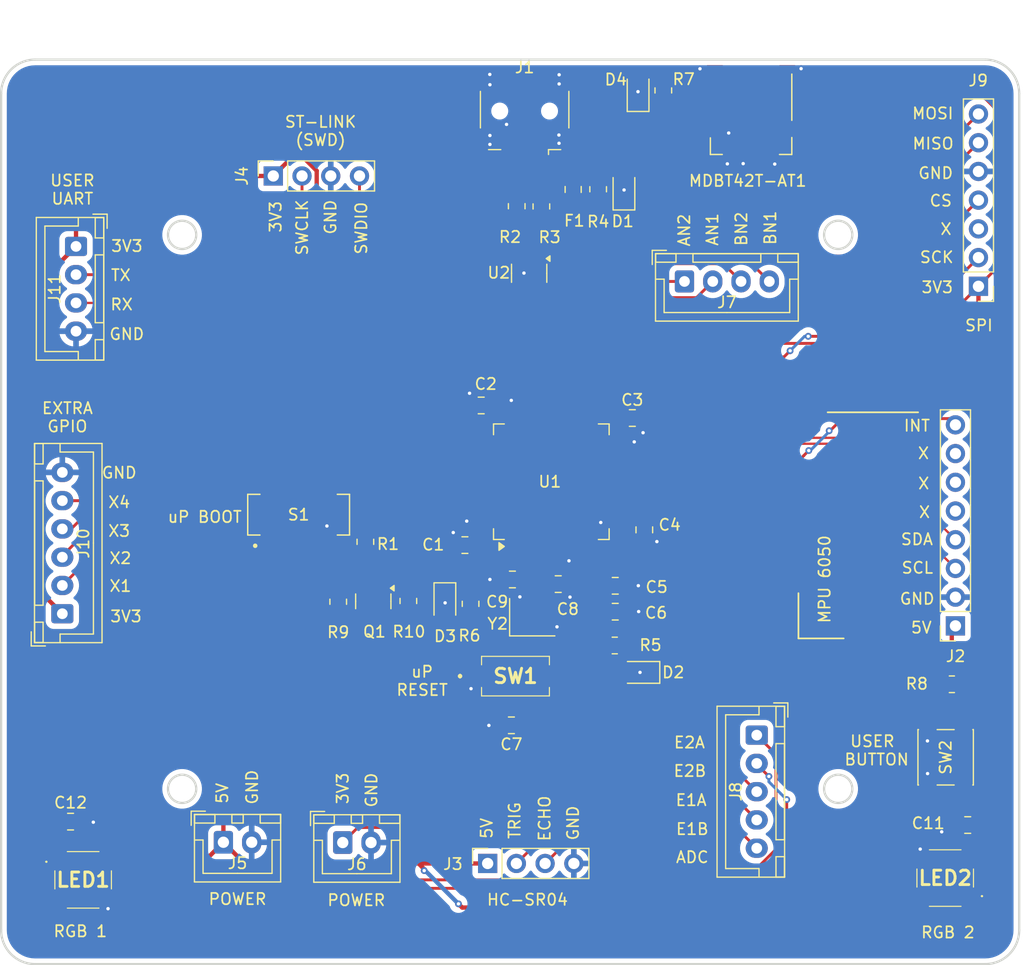
<source format=kicad_pcb>
(kicad_pcb (version 20241229) (generator "pcbnew") (generator_version "9.0")
  (layers (0 "F.Cu" signal) (2 "B.Cu" signal) (13 "F.Paste" user) (15 "B.Paste" user) (5 "F.SilkS" user "F.Silkscreen") (7 "B.SilkS" user "B.Silkscreen") (1 "F.Mask" user) (3 "B.Mask" user) (25 "Edge.Cuts" user))
  (net 0 "")
  (net 2 "/PS2_SCK")
  (net 3 "/PS2_MISO")
  (net 5 "/PS2_CS")
  (net 6 "/PS2_MOSI")
  (net 7 "Net-(U1-PA1)")
  (net 9 "/X4")
  (net 10 "/X3")
  (net 11 "/X1")
  (net 12 "/X2")
  (net 13 "/USER_TX")
  (net 16 "/USER_RX")
  (net 21 "/RESET")
  (net 28 "+3V3")
  (net 29 "GND")
  (net 33 "Net-(R1-Pad2)")
  (net 34 "/BOOT")
  (net 35 "/OSC_OUT")
  (net 36 "/OSC_IN")
  (net 37 "Net-(D1-A)")
  (net 39 "/D+")
  (net 40 "/D-")
  (net 41 "Net-(J1-VBUS)")
  (net 42 "/USB_CONN_D+")
  (net 43 "/USB_CONN_D-")
  (net 44 "Vusb")
  (net 45 "/USB_D+")
  (net 46 "/USB_D-")
  (net 47 "Net-(D2-A)")
  (net 48 "Net-(D3-A)")
  (net 49 "/USER_LED")
  (net 51 "+5V")
  (net 52 "/IMU_INT")
  (net 54 "/IMU_I2C_SCL")
  (net 56 "/IMU_I2C_SDA")
  (net 65 "Net-(D4-A)")
  (net 66 "/BL_WAKEUP")
  (net 67 "/BL_RX")
  (net 68 "/BL_TX")
  (net 69 "Net-(MDBT42T-AT1-INDICATOR)")
  (net 70 "/ULTRA_TRIG")
  (net 71 "/ULTRA_ECHO")
  (net 72 "/SWCLK")
  (net 73 "/SWDIO")
  (net 74 "/uBUTTON")
  (net 75 "/BN1")
  (net 76 "/AN1")
  (net 77 "/AN2")
  (net 78 "/BN2")
  (net 79 "/E2A")
  (net 80 "/E2B")
  (net 81 "/E1A")
  (net 82 "/E1B")
  (net 83 "/PWR_ADC")
  (net 84 "Net-(LED1-DOUT)")
  (net 85 "Net-(LED1-DIN)")
  (net 87 "/RGB_DIN")
  (footprint "Resistor_SMD:R_0805_2012Metric_Pad1.20x1.40mm_HandSolder" (layer "F.Cu") (at 137.68 42.715 -90)
    (property "Reference" "R2")
    (property "Value" "22")
  )
  (footprint "Package_QFP:LQFP-64_10x10mm_P0.5mm" (layer "F.Cu") (at 140.74 67.085 90)
    (property "Reference" "U1")
    (property "Value" "STM32F103RCTx")
  )
  (footprint "Resistor_SMD:R_0805_2012Metric_Pad1.20x1.40mm_HandSolder" (layer "F.Cu") (at 121.9 77.7 90)
    (property "Reference" "R9")
    (property "Value" "10k")
  )
  (footprint "Resistor_SMD:R_0805_2012Metric_Pad1.20x1.40mm_HandSolder" (layer "F.Cu") (at 139.86 42.735 90)
    (property "Reference" "R3")
    (property "Value" "22")
  )
  (footprint "Capacitor_SMD:C_0805_2012Metric_Pad1.18x1.45mm_HandSolder" (layer "F.Cu") (at 98.2375 97.15)
    (property "Reference" "C12")
    (property "Value" "0.1uF")
  )
  (footprint "Connector_JST:JST_XH_B2B-XH-A_1x02_P2.50mm_Vertical" (layer "F.Cu") (at 122.3 99)
    (property "Reference" "J6")
    (property "Value" "CONN_3V3")
  )
  (footprint "Connector_PinHeader_2.54mm:PinHeader_1x07_P2.54mm_Vertical" (layer "F.Cu") (at 178.5 49.8 180)
    (property "Reference" "J9")
    (property "Value" "CONN_PS2")
  )
  (footprint "Connector_JST:JST_XH_B5B-XH-A_1x05_P2.50mm_Vertical" (layer "F.Cu") (at 158.9 89.5 -90)
    (property "Reference" "J8")
    (property "Value" "CONN_HAL")
  )
  (footprint "Connector_PinSocket_2.54mm:PinSocket_1x08_P2.54mm_Vertical" (layer "F.Cu") (at 176.465 79.835 180)
    (property "Reference" "J2")
    (property "Value" "CONN_MPU6050")
  )
  (footprint "LED_SMD:LED_0805_2012Metric_Pad1.15x1.40mm_HandSolder" (layer "F.Cu") (at 148.41 32.475 90)
    (property "Reference" "D4")
    (property "Value" "BL_IND_LED")
  )
  (footprint "Package_TO_SOT_SMD:SOT-23" (layer "F.Cu") (at 125 77.6625 -90)
    (property "Reference" "Q1")
    (property "Value" "BSS138")
  )
  (footprint "LED_SMD:LED_0805_2012Metric_Pad1.15x1.40mm_HandSolder" (layer "F.Cu") (at 131.33 77.885 -90)
    (property "Reference" "D3")
    (property "Value" "USER_LED")
  )
  (footprint "Resistor_SMD:R_0805_2012Metric_Pad1.20x1.40mm_HandSolder" (layer "F.Cu") (at 146.3475 81.57)
    (property "Reference" "R5")
    (property "Value" "10k")
  )
  (footprint "RGB_LED:INPI55TATPRPGPB" (layer "F.Cu") (at 99.35 102.3)
    (property "Reference" "LED1")
    (property "Value" "IN-PI55TATPRPGPB" (hide yes))
  )
  (footprint "Fuse:Fuse_0805_2012Metric_Pad1.15x1.40mm_HandSolder" (layer "F.Cu") (at 142.67 41.235 -90)
    (property "Reference" "F1")
    (property "Value" "PTCSMD")
  )
  (footprint "Capacitor_SMD:C_0805_2012Metric_Pad1.18x1.45mm_HandSolder" (layer "F.Cu") (at 137.3 75.73 180)
    (property "Reference" "C9")
    (property "Value" "22pF")
  )
  (footprint "Resistor_SMD:R_0805_2012Metric_Pad1.20x1.40mm_HandSolder" (layer "F.Cu") (at 128.1 77.6325 90)
    (property "Reference" "R10")
    (property "Value" "10k")
  )
  (footprint "Connector_PinSocket_2.54mm:PinSocket_1x04_P2.54mm_Vertical" (layer "F.Cu") (at 116.16 40.04 90)
    (property "Reference" "J4")
    (property "Value" "CONN_SWD")
  )
  (footprint "Resistor_SMD:R_0805_2012Metric_Pad1.20x1.40mm_HandSolder" (layer "F.Cu") (at 176.15 85 180)
    (property "Reference" "R8")
    (property "Value" "10k")
  )
  (footprint "Connector_JST:JST_XH_B4B-XH-A_1x04_P2.50mm_Vertical" (layer "F.Cu") (at 98.72 46.27 -90)
    (property "Reference" "J11")
    (property "Value" "CONN_UART")
  )
  (footprint "MDBT42T-AT:MDBT42T" (layer "F.Cu") (at 158.4 32.54)
    (property "Reference" "MDBT42T-AT1" (hide yes))
    (property "Value" "MDBT42T-AT" (hide yes))
  )
  (footprint "Capacitor_SMD:C_0805_2012Metric_Pad1.18x1.45mm_HandSolder" (layer "F.Cu") (at 134.54 60.34 180)
    (property "Reference" "C2")
    (property "Value" "0.1uF")
  )
  (footprint "Resistor_SMD:R_0805_2012Metric_Pad1.20x1.40mm_HandSolder" (layer "F.Cu") (at 133.6 77.885 -90)
    (property "Reference" "R6")
    (property "Value" "10k")
  )
  (footprint "Resistor_SMD:R_0805_2012Metric_Pad1.20x1.40mm_HandSolder" (layer "F.Cu") (at 150.64 32.475 90)
    (property "Reference" "R7")
    (property "Value" "10k")
  )
  (footprint "Capacitor_SMD:C_0805_2012Metric_Pad1.18x1.45mm_HandSolder" (layer "F.Cu") (at 148.96 71.34 -90)
    (property "Reference" "C4")
    (property "Value" "0.1uF")
  )
  (footprint "Package_TO_SOT_SMD:SOT-23-6" (layer "F.Cu") (at 138.78 48.6475 -90)
    (property "Reference" "U2")
    (property "Value" "USBLC6-2SC6")
  )
  (footprint "Capacitor_SMD:C_0805_2012Metric_Pad1.18x1.45mm_HandSolder" (layer "F.Cu") (at 146.39 76.29)
    (property "Reference" "C5")
    (property "Value" "0.1uF")
  )
  (footprint "Connector_PinSocket_2.54mm:PinSocket_1x04_P2.54mm_Vertical" (layer "F.Cu") (at 135.11 100.85 90)
    (property "Reference" "J3")
    (property "Value" "CONN_ULTRA")
  )
  (footprint "Connector_JST:JST_XH_B4B-XH-A_1x04_P2.50mm_Vertical" (layer "F.Cu") (at 152.51 49.37)
    (property "Reference" "J7")
    (property "Value" "CONN_DRIVE")
  )
  (footprint "Crystal:Crystal_SMD_Abracon_ABM8G-4Pin_3.2x2.5mm" (layer "F.Cu") (at 139.0525 79.07)
    (property "Reference" "Y2")
    (property "Value" "16MHz")
  )
  (footprint "SW_uP_Reset:SW_uP_Reset" (layer "F.Cu") (at 137.57 84.28)
    (property "Reference" "SW1")
    (property "Value" "SW_uP_Reset" (hide yes))
  )
  (footprint "Capacitor_SMD:C_0805_2012Metric_Pad1.18x1.45mm_HandSolder" (layer "F.Cu") (at 146.39 78.58)
    (property "Reference" "C6")
    (property "Value" "10uF")
  )
  (footprint "Connector_JST:JST_XH_B2B-XH-A_1x02_P2.50mm_Vertical" (layer "F.Cu") (at 111.75 98.975)
    (property "Reference" "J5")
    (property "Value" "CONN_5V")
  )
  (footprint "LED_SMD:LED_0805_2012Metric_Pad1.15x1.40mm_HandSolder" (layer "F.Cu") (at 148.4675 83.95 180)
    (property "Reference" "D2")
    (property "Value" "uP_PWR_LED")
  )
  (footprint "Capacitor_SMD:C_0805_2012Metric_Pad1.18x1.45mm_HandSolder" (layer "F.Cu") (at 133.1 72.69 180)
    (property "Reference" "C1")
    (property "Value" "0.1uF")
  )
  (footprint "RGB_LED:INPI55TATPRPGPB" (layer "F.Cu") (at 175.56 102.14 180)
    (property "Reference" "LED2")
    (property "Value" "IN-PI55TATPRPGPB" (hide yes))
  )
  (footprint "Capacitor_SMD:C_0805_2012Metric_Pad1.18x1.45mm_HandSolder" (layer "F.Cu") (at 141.35 76.14)
    (property "Reference" "C8")
    (property "Value" "22pF")
  )
  (footprint "Resistor_SMD:R_0805_2012Metric_Pad1.20x1.40mm_HandSolder" (layer "F.Cu") (at 124.3 72.4 -90)
    (property "Reference" "R1")
    (property "Value" "10k")
  )
  (footprint "Connector_JST:JST_XH_B6B-XH-A_1x06_P2.50mm_Vertical" (layer "F.Cu") (at 97.51 78.76 90)
    (property "Reference" "J10")
    (property "Value" "CONN_TRACK")
  )
  (footprint "Capacitor_SMD:C_0805_2012Metric_Pad1.18x1.45mm_HandSolder" (layer "F.Cu") (at 147.9 61.45)
    (property "Reference" "C3")
    (property "Value" "0.1uF")
  )
  (footprint "Button_Switch_SMD:SW_SPST_PTS647_Sx50" (layer "F.Cu") (at 175.6 91.46 -90)
    (property "Reference" "SW2")
    (property "Value" "SW_USER")
  )
  (footprint "LED_SMD:LED_0805_2012Metric_Pad1.15x1.40mm_HandSolder" (layer "F.Cu") (at 147.16 41.185 90)
    (property "Reference" "D1")
    (property "Value" "USB_PWR_LED")
  )
  (footprint "SW_uP_Boot:SW_uP_Boot" (layer "F.Cu") (at 118.4 70)
    (property "Reference" "S1")
    (property "Value" "JS202011SCQN")
  )
  (footprint "Capacitor_SMD:C_0805_2012Metric_Pad1.18x1.45mm_HandSolder" (layer "F.Cu") (at 177.55 97.45 180)
    (property "Reference" "C11")
    (property "Value" "0.1uF")
  )
  (footprint "Connector_USB:USB_Mini-B_Lumberg_2486_01_Horizontal" (layer "F.Cu") (at 138.38 34.3 180)
    (property "Reference" "J1")
    (property "Value" "USB_B_Mini")
  )
  (footprint "Capacitor_SMD:C_0805_2012Metric_Pad1.18x1.45mm_HandSolder" (layer "F.Cu") (at 137.21 88.63 180)
    (property "Reference" "C7")
    (property "Value" "0.01uF")
  )
  (footprint "Resistor_SMD:R_0805_2012Metric_Pad1.20x1.40mm_HandSolder" (layer "F.Cu") (at 144.88 41.215 90)
    (property "Reference" "R4")
    (property "Value" "10k")
  )
  (gr_line (start 162.585 80.945) (end 166.585 80.945) (stroke (width 0.15)) (layer "F.SilkS"))
  (gr_line (start 162.585 80.945) (end 162.585 76.945) (stroke (width 0.15)) (layer "F.SilkS"))
  (gr_line (start 173.165 60.945) (end 165.165 60.945) (stroke (width 0.15)) (layer "F.SilkS"))
  (gr_arc (start 179.1 29.750001) (mid 181.22132 30.628681) (end 182.1 32.750001) (stroke (width 0.2)) (layer "Edge.Cuts"))
  (gr_arc (start 182.1 106.750001) (mid 181.22132 108.871321) (end 179.1 109.750001) (stroke (width 0.2)) (layer "Edge.Cuts"))
  (gr_line (start 179.1 29.750001) (end 95.100001 29.750001) (stroke (width 0.2)) (layer "Edge.Cuts"))
  (gr_circle (center 108.1 94.250001) (end 109.35 94.250001) (stroke (width 0.2)) (fill no) (layer "Edge.Cuts"))
  (gr_circle (center 108.1 45.250001) (end 109.35 45.250001) (stroke (width 0.2)) (fill no) (layer "Edge.Cuts"))
  (gr_line (start 179.1 109.750001) (end 95.100001 109.750001) (stroke (width 0.2)) (layer "Edge.Cuts"))
  (gr_arc (start 95.100001 109.750001) (mid 92.97868 108.871321) (end 92.1 106.75) (stroke (width 0.2)) (layer "Edge.Cuts"))
  (gr_arc (start 92.1 32.750002) (mid 92.97868 30.628681) (end 95.100001 29.750001) (stroke (width 0.2)) (layer "Edge.Cuts"))
  (gr_line (start 182.1 106.750001) (end 182.1 32.750001) (stroke (width 0.2)) (layer "Edge.Cuts"))
  (gr_circle (center 166.1 94.250001) (end 167.35 94.250001) (stroke (width 0.2)) (fill no) (layer "Edge.Cuts"))
  (gr_circle (center 166.1 45.250001) (end 167.35 45.250001) (stroke (width 0.2)) (fill no) (layer "Edge.Cuts"))
  (gr_line (start 92.1 106.75) (end 92.1 32.750002) (stroke (width 0.2)) (layer "Edge.Cuts"))
  (gr_text "5V" (at 111.65 94.64 90) (layer "F.SilkS") (effects (font (size 1 1))))
  (gr_text "X2" (at 102.65 73.85 0) (layer "F.SilkS") (effects (font (size 1 1))))
  (gr_text "ECHO" (at 140.15 96.87 90) (layer "F.SilkS") (effects (font (size 1 1))))
  (gr_text "E1B" (at 153.2 97.81 0) (layer "F.SilkS") (effects (font (size 1 1))))
  (gr_text "AN1" (at 154.98 44.77 90) (layer "F.SilkS") (effects (font (size 1 1))))
  (gr_text "X" (at 173.73 69.78 0) (layer "F.SilkS") (effects (font (size 1 1))))
  (gr_text "GND" (at 121.22 43.68 90) (layer "F.SilkS") (effects (font (size 1 1))))
  (gr_text "MOSI" (at 174.46 34.51 0) (layer "F.SilkS") (effects (font (size 1 1))))
  (gr_text "3V3" (at 103.22 46.24 0) (layer "F.SilkS") (effects (font (size 1 1))))
  (gr_text "E2A" (at 152.95 90.15 0) (layer "F.SilkS") (effects (font (size 1 1))))
  (gr_text "TX" (at 102.68 48.82 0) (layer "F.SilkS") (effects (font (size 1 1))))
  (gr_text "GND" (at 103.21 54.03 0) (layer "F.SilkS") (effects (font (size 1 1))))
  (gr_text "HC-SR04" (at 138.63 104.06 0) (layer "F.SilkS") (effects (font (size 1 1))))
  (gr_text "3V3" (at 116.37 43.65 90) (layer "F.SilkS") (effects (font (size 1 1))))
  (gr_text "E1A" (at 153.1 95.25 0) (layer "F.SilkS") (effects (font (size 1 1))))
  (gr_text "X" (at 175.63 44.74 0) (layer "F.SilkS") (effects (font (size 1 1))))
  (gr_text "RX" (at 102.75 51.41 0) (layer "F.SilkS") (effects (font (size 1 1))))
  (gr_text "X4" (at 102.54 68.9 0) (layer "F.SilkS") (effects (font (size 1 1))))
  (gr_text "SCL" (at 173.1 74.7 0) (layer "F.SilkS") (effects (font (size 1 1))))
  (gr_text "SDA" (at 173.06 72.18 0) (layer "F.SilkS") (effects (font (size 1 1))))
  (gr_text "POWER" (at 123.5 104.1 0) (layer "F.SilkS") (effects (font (size 1 1))))
  (gr_text "GND" (at 124.84 94.36 90) (layer "F.SilkS") (effects (font (size 1 1))))
  (gr_text "3V3" (at 174.86 49.89 0) (layer "F.SilkS") (effects (font (size 1 1))))
  (gr_text "GND" (at 114.29 94.1 90) (layer "F.SilkS") (effects (font (size 1 1))))
  (gr_text "3V3" (at 103.14 79 0) (layer "F.SilkS") (effects (font (size 1 1))))
  (gr_text "MPU 6050" (at 165.485 79.685 90) (layer "F.SilkS") (effects (font (size 1 1)) (justify left bottom)))
  (gr_text "ADC" (at 153.2 100.3 0) (layer "F.SilkS") (effects (font (size 1 1))))
  (gr_text "uP \nRESET " (at 129.7 84.7 0) (layer "F.SilkS") (effects (font (size 1 1))))
  (gr_text "RGB 1" (at 99.1 106.85 0) (layer "F.SilkS") (effects (font (size 1 1))))
  (gr_text "5V" (at 173.45 79.99 0) (layer "F.SilkS") (effects (font (size 1 1))))
  (gr_text "INT" (at 173.06 62.13 0) (layer "F.SilkS") (effects (font (size 1 1))))
  (gr_text "SWDIO" (at 123.94 44.66 90) (layer "F.SilkS") (effects (font (size 1 1))))
  (gr_text "GND" (at 173.08 77.44 0) (layer "F.SilkS") (effects (font (size 1 1))))
  (gr_text "3V3" (at 122.3 94.21 90) (layer "F.SilkS") (effects (font (size 1 1))))
  (gr_text "uP BOOT\n" (at 110.1 70.2 0) (layer "F.SilkS") (effects (font (size 1 1))))
  (gr_text "SCK" (at 174.81 47.23 0) (layer "F.SilkS") (effects (font (size 1 1))))
  (gr_text "USER\nUART" (at 98.4 41.25 0) (layer "F.SilkS") (effects (font (size 1 1))))
  (gr_text "TRIG" (at 137.5 97.05 90) (layer "F.SilkS") (effects (font (size 1 1))))
  (gr_text "EXTRA\nGPIO" (at 97.96 61.39 0) (layer "F.SilkS") (effects (font (size 1 1))))
  (gr_text "GND\n" (at 174.72 39.79 0) (layer "F.SilkS") (effects (font (size 1 1))))
  (gr_text "GND" (at 102.54 66.29 0) (layer "F.SilkS") (effects (font (size 1 1))))
  (gr_text "X3" (at 102.54 71.44 0) (layer "F.SilkS") (effects (font (size 1 1))))
  (gr_text "X1" (at 102.65 76.31 0) (layer "F.SilkS") (effects (font (size 1 1))))
  (gr_text "X" (at 173.66 67.24 0) (layer "F.SilkS") (effects (font (size 1 1))))
  (gr_text "CS" (at 175.17 42.23 0) (layer "F.SilkS") (effects (font (size 1 1))))
  (gr_text "USER \nBUTTON" (at 169.5 90.85 0) (layer "F.SilkS") (effects (font (size 1 1))))
  (gr_text "BN1" (at 160.1 44.63 90) (layer "F.SilkS") (effects (font (size 1 1))))
  (gr_text "MISO" (at 174.49 37.18 0) (layer "F.SilkS") (effects (font (size 1 1))))
  (gr_text "X" (at 173.64 64.57 0) (layer "F.SilkS") (effects (font (size 1 1))))
  (gr_text "SPI" (at 178.54 53.26 0) (layer "F.SilkS") (effects (font (size 1 1))))
  (gr_text "MDBT42T-AT1" (at 158.1 40.47 0) (layer "F.SilkS") (effects (font (size 1 1))))
  (gr_text "GND" (at 142.66 97.27 90) (layer "F.SilkS") (effects (font (size 1 1))))
  (gr_text "AN2" (at 152.49 44.83 90) (layer "F.SilkS") (effects (font (size 1 1))))
  (gr_text "SWCLK" (at 118.71 44.6 90) (layer "F.SilkS") (effects (font (size 1 1))))
  (gr_text "ST-LINK\n(SWD)" (at 120.34 36.06 0) (layer "F.SilkS") (effects (font (size 1 1))))
  (gr_text "5V" (at 135.03 97.74 90) (layer "F.SilkS") (effects (font (size 1 1))))
  (gr_text "POWER" (at 113 104 0) (layer "F.SilkS") (effects (font (size 1 1))))
  (gr_text "RGB 2" (at 175.8 106.95 0) (layer "F.SilkS") (effects (font (size 1 1))))
  (gr_text "E2B" (at 152.99 92.67 0) (layer "F.SilkS") (effects (font (size 1 1))))
  (gr_text "BN2" (at 157.54 44.72 90) (layer "F.SilkS") (effects (font (size 1 1))))
  (segment (start 144.012 60.588) (end 143.99 60.61) (width 0.254) (layer "F.Cu") (net 2))
  (segment (start 143.99 60.61) (end 143.99 61.41) (width 0.254) (layer "F.Cu") (net 2))
  (segment (start 178.5 47.26) (end 170.91 54.85) (width 0.254) (layer "F.Cu") (net 2))
  (segment (start 149.75 54.85) (end 144.293 60.307) (width 0.254) (layer "F.Cu") (net 2))
  (segment (start 170.91 54.85) (end 149.75 54.85) (width 0.254) (layer "F.Cu") (net 2))
  (segment (start 144.012 60.540992) (end 144.012 60.588) (width 0.254) (layer "F.Cu") (net 2))
  (segment (start 144.245992 60.307) (end 144.012 60.540992) (width 0.254) (layer "F.Cu") (net 2))
  (segment (start 144.293 60.307) (end 144.245992 60.307) (width 0.254) (layer "F.Cu") (net 2))
  (segment (start 161.45 54.15) (end 149.25 54.15) (width 0.254) (layer "F.Cu") (net 3))
  (segment (start 149.25 54.15) (end 143.49 59.91) (width 0.254) (layer "F.Cu") (net 3))
  (segment (start 178.5 37.1) (end 161.45 54.15) (width 0.254) (layer "F.Cu") (net 3))
  (segment (start 143.49 59.91) (end 143.49 61.41) (width 0.254) (layer "F.Cu") (net 3))
  (segment (start 161.85 55.5) (end 161.3 56.05) (width 0.254) (layer "F.Cu") (net 5))
  (segment (start 166.457 54.223) (end 163.45 54.223) (width 0.254) (layer "F.Cu") (net 5))
  (segment (start 178.5 42.18) (end 166.457 54.223) (width 0.254) (layer "F.Cu") (net 5))
  (segment (start 149.85 56.05) (end 144.49 61.41) (width 0.254) (layer "F.Cu") (net 5))
  (segment (start 161.3 56.05) (end 149.85 56.05) (width 0.254) (layer "F.Cu") (net 5))
  (via (at 163.45 54.223) (size 0.6) (drill 0.3) (layers "F.Cu" "B.Cu") (net 5))
  (via (at 161.85 55.5) (size 0.6) (drill 0.3) (layers "F.Cu" "B.Cu") (net 5))
  (segment (start 163.127 54.223) (end 162 55.35) (width 0.254) (layer "B.Cu") (net 5))
  (segment (start 163.45 54.223) (end 163.127 54.223) (width 0.254) (layer "B.Cu") (net 5))
  (segment (start 162 55.35) (end 161.85 55.5) (width 0.254) (layer "B.Cu") (net 5))
  (segment (start 142.99 59.21) (end 142.99 61.41) (width 0.254) (layer "F.Cu") (net 6))
  (segment (start 167.978 45.082) (end 167.978 46.027895) (width 0.254) (layer "F.Cu") (net 6))
  (segment (start 167.978 46.027895) (end 166.877894 47.128001) (width 0.254) (layer "F.Cu") (net 6))
  (segment (start 149.75 52.45) (end 142.99 59.21) (width 0.254) (layer "F.Cu") (net 6))
  (segment (start 160.61 52.45) (end 149.75 52.45) (width 0.254) (layer "F.Cu") (net 6))
  (segment (start 166.877894 47.128001) (end 165.931999 47.128001) (width 0.254) (layer "F.Cu") (net 6))
  (segment (start 178.5 34.56) (end 167.978 45.082) (width 0.254) (layer "F.Cu") (net 6))
  (segment (start 165.931999 47.128001) (end 160.61 52.45) (width 0.254) (layer "F.Cu") (net 6))
  (segment (start 143.99 72.76) (end 144.49 72.76) (width 0.254) (layer "F.Cu") (net 7))
  (segment (start 105.5 62.6) (end 130.3 62.6) (width 0.254) (layer "F.Cu") (net 9))
  (segment (start 99.34 68.76) (end 105.5 62.6) (width 0.254) (layer "F.Cu") (net 9))
  (segment (start 135.043 65.313) (end 135.065 65.335) (width 0.254) (layer "F.Cu") (net 9))
  (segment (start 97.51 68.76) (end 99.34 68.76) (width 0.254) (layer "F.Cu") (net 9))
  (segment (start 130.3 62.6) (end 133.013 65.313) (width 0.254) (layer "F.Cu") (net 9))
  (segment (start 133.013 65.313) (end 135.043 65.313) (width 0.254) (layer "F.Cu") (net 9))
  (segment (start 131.785 65.835) (end 135.065 65.835) (width 0.254) (layer "F.Cu") (net 10))
  (segment (start 105.901748 63.648252) (end 129.598252 63.648252) (width 0.254) (layer "F.Cu") (net 10))
  (segment (start 98.29 71.26) (end 105.901748 63.648252) (width 0.254) (layer "F.Cu") (net 10))
  (segment (start 129.598252 63.648252) (end 131.785 65.835) (width 0.254) (layer "F.Cu") (net 10))
  (segment (start 97.51 71.26) (end 98.29 71.26) (width 0.254) (layer "F.Cu") (net 10))
  (segment (start 134.195992 66.857) (end 135.043 66.857) (width 0.254) (layer "F.Cu") (net 11))
  (segment (start 128.3 65.45) (end 129.75 66.9) (width 0.254) (layer "F.Cu") (net 11))
  (segment (start 99.2 74.57) (end 99.2 73.85) (width 0.254) (layer "F.Cu") (net 11))
  (segment (start 135.043 66.857) (end 135.065 66.835) (width 0.254) (layer "F.Cu") (net 11))
  (segment (start 134.152992 66.9) (end 134.195992 66.857) (width 0.254) (layer "F.Cu") (net 11))
  (segment (start 97.51 76.26) (end 99.2 74.57) (width 0.254) (layer "F.Cu") (net 11))
  (segment (start 107.6 65.45) (end 128.3 65.45) (width 0.254) (layer "F.Cu") (net 11))
  (segment (start 129.75 66.9) (end 134.152992 66.9) (width 0.254) (layer "F.Cu") (net 11))
  (segment (start 99.2 73.85) (end 107.6 65.45) (width 0.254) (layer "F.Cu") (net 11))
  (segment (start 106.5 64.65) (end 129.2 64.65) (width 0.254) (layer "F.Cu") (net 12))
  (segment (start 129.2 64.65) (end 130.885 66.335) (width 0.254) (layer "F.Cu") (net 12))
  (segment (start 130.885 66.335) (end 135.065 66.335) (width 0.254) (layer "F.Cu") (net 12))
  (segment (start 97.51 73.64) (end 106.5 64.65) (width 0.254) (layer "F.Cu") (net 12))
  (segment (start 97.51 73.76) (end 97.51 73.64) (width 0.254) (layer "F.Cu") (net 12))
  (segment (start 133.962 64.079008) (end 134.195992 64.313) (width 0.254) (layer "F.Cu") (net 13))
  (segment (start 133.967992 63.585) (end 133.962 63.590992) (width 0.254) (layer "F.Cu") (net 13))
  (segment (start 134.985 64.335) (end 135.065 64.335) (width 0.254) (layer "F.Cu") (net 13))
  (segment (start 134.963 64.313) (end 134.985 64.335) (width 0.254) (layer "F.Cu") (net 13))
  (segment (start 119.152992 48.77) (end 133.967992 63.585) (width 0.254) (layer "F.Cu") (net 13))
  (segment (start 134.195992 64.313) (end 134.963 64.313) (width 0.254) (layer "F.Cu") (net 13))
  (segment (start 133.962 63.590992) (end 133.962 64.079008) (width 0.254) (layer "F.Cu") (net 13))
  (segment (start 98.72 48.77) (end 119.152992 48.77) (width 0.254) (layer "F.Cu") (net 13))
  (segment (start 134.035 64.835) (end 120.47 51.27) (width 0.2) (layer "F.Cu") (net 16))
  (segment (start 120.47 51.27) (end 98.72 51.27) (width 0.2) (layer "F.Cu") (net 16))
  (segment (start 135.065 64.835) (end 134.035 64.835) (width 0.2) (layer "F.Cu") (net 16))
  (segment (start 141.090992 74.708) (end 139.99 73.607008) (width 0.254) (layer "F.Cu") (net 21))
  (segment (start 138.2475 86.9525) (end 140.92 84.28) (width 0.254) (layer "F.Cu") (net 21))
  (segment (start 139.99 73.607008) (end 139.99 72.76) (width 0.254) (layer "F.Cu") (net 21))
  (segment (start 142.592342 74.708) (end 141.090992 74.708) (width 0.254) (layer "F.Cu") (net 21))
  (segment (start 143.4 75.515658) (end 142.592342 74.708) (width 0.254) (layer "F.Cu") (net 21))
  (segment (start 138.2475 88.63) (end 138.2475 86.9525) (width 0.254) (layer "F.Cu") (net 21))
  (segment (start 140.92 84.28) (end 143.4 81.8) (width 0.254) (layer "F.Cu") (net 21))
  (segment (start 143.4 81.8) (end 143.4 75.515658) (width 0.254) (layer "F.Cu") (net 21))
  (segment (start 180.55 47.75) (end 180.55 34.65) (width 0.254) (layer "F.Cu") (net 28))
  (segment (start 178.5 83.65) (end 178.5 49.8) (width 0.381) (layer "F.Cu") (net 28))
  (segment (start 95.15 49.84) (end 98.72 46.27) (width 0.381) (layer "F.Cu") (net 28))
  (segment (start 133.78 71.21) (end 133.78 72.3325) (width 0.254) (layer "F.Cu") (net 28))
  (segment (start 145.3525 78.58) (end 145.3525 76.29) (width 0.508) (layer "F.Cu") (net 28))
  (segment (start 118.915747 38.5) (end 119.9985 39.582753) (width 0.381) (layer "F.Cu") (net 28))
  (segment (start 135.6475 60.27) (end 135.5775 60.34) (width 0.254) (layer "F.Cu") (net 28))
  (segment (start 146.8625 61.45) (end 151.2125 57.1) (width 0.254) (layer "F.Cu") (net 28))
  (segment (start 148.4925 69.835) (end 148.96 70.3025) (width 0.254) (layer "F.Cu") (net 28))
  (segment (start 145.3475 83.166842) (end 145.3475 81.57) (width 0.254) (layer "F.Cu") (net 28))
  (segment (start 97.51 78.76) (end 95.15 76.4) (width 0.381) (layer "F.Cu") (net 28))
  (segment (start 162.684 32.9) (end 159.8 35.784) (width 0.254) (layer "F.Cu") (net 28))
  (segment (start 119.9985 39.582753) (end 119.9985 44.761) (width 0.381) (layer "F.Cu") (net 28))
  (segment (start 142.99 72.76) (end 142.99 70.305) (width 0.254) (layer "F.Cu") (net 28))
  (segment (start 98.72 46.27) (end 98.72 43.18) (width 0.381) (layer "F.Cu") (net 28))
  (segment (start 115.9 72.75) (end 118.746 75.596) (width 0.381) (layer "F.Cu") (net 28))
  (segment (start 146.8625 62.8875) (end 146.415 63.335) (width 0.254) (layer "F.Cu") (net 28))
  (segment (start 123.628 97.672) (end 130.842342 97.672) (width 0.254) (layer "F.Cu") (net 28))
  (segment (start 142.99 70.305) (end 142.52 69.835) (width 0.254) (layer "F.Cu") (net 28))
  (segment (start 118.746 75.596) (end 124.821 75.596) (width 0.381) (layer "F.Cu") (net 28))
  (segment (start 136.66 60.27) (end 135.6475 60.27) (width 0.254) (layer "F.Cu") (net 28))
  (segment (start 117.7 38.5) (end 118.915747 38.5) (width 0.381) (layer "F.Cu") (net 28))
  (segment (start 116.16 40.04) (end 117.7 38.5) (width 0.381) (layer "F.Cu") (net 28))
  (segment (start 104.9 40.1) (end 104.96 40.04) (width 0.381) (layer "F.Cu") (net 28))
  (segment (start 136.99 61.41) (end 136.99 60.6) (width 0.254) (layer "F.Cu") (net 28))
  (segment (start 144.93 69.385) (end 144.48 69.835) (width 0.254) (layer "F.Cu") (net 28))
  (segment (start 142.99 73.9275) (end 145.3525 76.29) (width 0.254) (layer "F.Cu") (net 28))
  (segment (start 145.155 63.335) (end 144.93 63.56) (width 0.254) (layer "F.Cu") (net 28))
  (segment (start 130.842342 97.672) (end 145.3475 83.166842) (width 0.254) (layer "F.Cu") (net 28))
  (segment (start 136.99 60.6) (end 136.66 60.27) (width 0.254) (layer "F.Cu") (net 28))
  (segment (start 133.78 72.3325) (end 134.1375 72.69) (width 0.254) (layer "F.Cu") (net 28))
  (segment (start 122.3 99) (end 123.628 97.672) (width 0.254) (layer "F.Cu") (net 28))
  (segment (start 144.48 69.835) (end 142.52 69.835) (width 0.254) (layer "F.Cu") (net 28))
  (segment (start 124.821 75.596) (end 125.95 76.725) (width 0.381) (layer "F.Cu") (net 28))
  (segment (start 98.72 43.18) (end 101.8 40.1) (width 0.381) (layer "F.Cu") (net 28))
  (segment (start 104.96 40.04) (end 116.16 40.04) (width 0.381) (layer "F.Cu") (net 28))
  (segment (start 171.2 57.1) (end 178.5 49.8) (width 0.254) (layer "F.Cu") (net 28))
  (segment (start 151.2125 57.1) (end 171.2 57.1) (width 0.254) (layer "F.Cu") (net 28))
  (segment (start 144.93 63.56) (end 144.93 69.385) (width 0.254) (layer "F.Cu") (net 28))
  (segment (start 101.8 40.1) (end 104.9 40.1) (width 0.381) (layer "F.Cu") (net 28))
  (segment (start 137.615 69.835) (end 136.99 69.21) (width 0.254) (layer "F.Cu") (net 28))
  (segment (start 178.5 49.8) (end 180.55 47.75) (width 0.254) (layer "F.Cu") (net 28))
  (segment (start 136.99 69.21) (end 136.99 61.41) (width 0.254) (layer "F.Cu") (net 28))
  (segment (start 177.15 85) (end 178.5 83.65) (width 0.381) (layer "F.Cu") (net 28))
  (segment (start 125.95 76.725) (end 128.0075 76.725) (width 0.381) (layer "F.Cu") (net 28))
  (segment (start 142.99 72.76) (end 142.99 73.9275) (width 0.254) (layer "F.Cu") (net 28))
  (segment (start 95.15 76.4) (end 95.15 49.84) (width 0.381) (layer "F.Cu") (net 28))
  (segment (start 145.3475 78.585) (end 145.3525 78.58) (width 0.508) (layer "F.Cu") (net 28))
  (segment (start 145.3475 81.57) (end 145.3475 78.585) (width 0.508) (layer "F.Cu") (net 28))
  (segment (start 136.99 69.21) (end 136.99 70.45) (width 0.254) (layer "F.Cu") (net 28))
  (segment (start 180.55 34.65) (end 178.8 32.9) (width 0.254) (layer "F.Cu") (net 28))
  (segment (start 130.6875 74.045) (end 128.1 76.6325) (width 0.254) (layer "F.Cu") (net 28))
  (segment (start 134.155 70.835) (end 133.78 71.21) (width 0.254) (layer "F.Cu") (net 28))
  (segment (start 128.0075 76.725) (end 128.1 76.6325) (width 0.381) (layer "F.Cu") (net 28))
  (segment (start 146.415 69.835) (end 148.4925 69.835) (width 0.254) (layer "F.Cu") (net 28))
  (segment (start 119.9985 44.761) (end 135.5775 60.34) (width 0.381) (layer "F.Cu") (net 28))
  (segment (start 178.8 32.9) (end 162.684 32.9) (width 0.254) (layer "F.Cu") (net 28))
  (segment (start 134.1375 72.69) (end 132.7825 74.045) (width 0.254) (layer "F.Cu") (net 28))
  (segment (start 159.8 35.784) (end 159.8 37.728) (width 0.254) (layer "F.Cu") (net 28))
  (segment (start 136.605 70.835) (end 135.065 70.835) (width 0.254) (layer "F.Cu") (net 28))
  (segment (start 146.415 69.835) (end 144.48 69.835) (width 0.254) (layer "F.Cu") (net 28))
  (segment (start 135.065 70.835) (end 134.155 70.835) (width 0.254) (layer "F.Cu") (net 28))
  (segment (start 146.8625 61.45) (end 146.8625 62.8875) (width 0.254) (layer "F.Cu") (net 28))
  (segment (start 146.415 63.335) (end 145.155 63.335) (width 0.254) (layer "F.Cu") (net 28))
  (segment (start 142.52 69.835) (end 137.615 69.835) (width 0.254) (layer "F.Cu") (net 28))
  (segment (start 132.7825 74.045) (end 130.6875 74.045) (width 0.254) (layer "F.Cu") (net 28))
  (segment (start 136.99 70.45) (end 136.605 70.835) (width 0.254) (layer "F.Cu") (net 28))
  (segment (start 145.465 70.335) (end 145.11 70.69) (width 0.254) (layer "F.Cu") (net 29))
  (segment (start 137.96 77.27) (end 137.96 78.2125) (width 0.508) (layer "F.Cu") (net 29))
  (segment (start 148.43 76.28) (end 147.4375 76.28) (width 0.508) (layer "F.Cu") (net 29))
  (segment (start 173.36 99.59) (end 173.35 99.58) (width 0.508) (layer "F.Cu") (net 29))
  (segment (start 135.31 75.73) (end 136.2625 75.73) (width 0.508) (layer "F.Cu") (net 29))
  (segment (start 160.5 38.98) (end 160.49 38.99) (width 0.381) (layer "F.Cu") (net 29))
  (segment (start 148.9375 62.6625) (end 148.85 62.75) (width 0.254) (layer "F.Cu") (net 29))
  (segment (start 135.065 70.335) (end 133.495 70.335) (width 0.254) (layer "F.Cu") (net 29))
  (segment (start 174 88.835) (end 174 90) (width 0.508) (layer "F.Cu") (net 29))
  (segment (start 160.5 37.74) (end 160.5 38.98) (width 0.381) (layer "F.Cu") (net 29))
  (segment (start 173.36 100.54) (end 173.36 99.59) (width 0.508) (layer "F.Cu") (net 29))
  (segment (start 137.96 78.2125) (end 137.9525 78.22) (width 0.508) (layer "F.Cu") (net 29))
  (segment (start 147.4375 78.57) (end 147.4275 78.58) (width 0.508) (layer "F.Cu") (net 29))
  (segment (start 141.24 79.92) (end 140.1525 79.92) (width 0.508) (layer "F.Cu") (net 29))
  (segment (start 136.1725 88.63) (end 135.23 88.63) (width 0.508) (layer "F.Cu") (net 29))
  (segment (start 138.78 48.17) (end 138.32 48.63) (width 0.254) (layer "F.Cu") (net 29))
  (segment (start 120.9 72.75) (end 120.9 71) (width 0.381) (layer "F.Cu") (net 29))
  (segment (start 148.41 33.5) (end 148.41 32.595) (width 0.508) (layer "F.Cu") (net 29))
  (segment (start 138.78 47.51) (end 138.78 48.17) (width 0.254) (layer "F.Cu") (net 29))
  (segment (start 99.275 97.15) (end 100.2 97.15) (width 0.381) (layer "F.Cu") (net 29))
  (segment (start 135.23 88.63) (end 135.22 88.64) (width 0.508) (layer "F.Cu") (net 29))
  (segment (start 133.51 60.3325) (end 133.5025 60.34) (width 0.508) (layer "F.Cu") (net 29))
  (segment (start 137.49 61.41) (end 137.49 60.18) (width 0.254) (layer "F.Cu") (net 29))
  (segment (start 133.495 70.335) (end 133.26 70.57) (width 0.254) (layer "F.Cu") (net 29))
  (segment (start 142.39 76.1425) (end 142.3875 76.14) (width 0.508) (layer "F.Cu") (net 29))
  (segment (start 137.49 60.18) (end 137.2 59.89) (width 0.254) (layer "F.Cu") (net 29))
  (segment (start 132.07 71.58) (end 132.07 72.6825) (width 0.508) (layer "F.Cu") (net 29))
  (segment (start 146.415 63.835) (end 147.795 63.835) (width 0.254) (layer "F.Cu") (net 29))
  (segment (start 132.07 72.6825) (end 132.0625 72.69) (width 0.508) (layer "F.Cu") (net 29))
  (segment (start 155.2 30.54) (end 155.18 30.56) (width 0.381) (layer "F.Cu") (net 29))
  (segment (start 100.2 97.15) (end 100.25 97.2) (width 0.381) (layer "F.Cu") (net 29))
  (segment (start 147.795 63.835) (end 148.07 63.56) (width 0.254) (layer "F.Cu") (net 29))
  (segment (start 133.64 85.39) (end 133.64 84.86) (width 0.508) (layer "F.Cu") (net 29))
  (segment (start 174 94.085) (end 174 92.9) (width 0.508) (layer "F.Cu") (net 29))
  (segment (start 136.78 37) (end 136.78 35.48) (width 0.381) (layer "F.Cu") (net 29))
  (segment (start 101.55 103.9) (end 101.55 104.85) (width 0.381) (layer "F.Cu") (net 29))
  (segment (start 155.2 36.24) (end 156.42 36.24) (width 0.381) (layer "F.Cu") (net 29))
  (segment (start 155.18 30.56) (end 153.88 30.56) (width 0.381) (layer "F.Cu") (net 29))
  (segment (start 147.17 42.2) (end 147.16 42.21) (width 0.508) (layer "F.Cu") (net 29))
  (segment (start 174 90) (end 173.99 90.01) (width 0.508) (layer "F.Cu") (net 29))
  (segment (start 142.39 77.29) (end 142.39 76.1425) (width 0.508) (layer "F.Cu") (net 29))
  (segment (start 148.9625 72.38) (end 148.96 72.3775) (width 0.508) (layer "F.Cu") (net 29))
  (segment (start 156.3 37.74) (end 156.3 38.97) (width 0.381) (layer "F.Cu") (net 29))
  (segment (start 157.7 37.74) (end 157.7 38.95) (width 0.381) (layer "F.Cu") (net 29))
  (segment (start 142.49 72.76) (end 142.49 73.89) (width 0.254) (layer "F.Cu") (net 29))
  (segment (start 133.51 59.26) (end 133.51 60.3325) (width 0.508) (layer "F.Cu") (net 29))
  (segment (start 148.58 83.95) (end 149.4925 83.95) (width 0.508) (layer "F.Cu") (net 29))
  (segment (start 131.33 77.78) (end 131.35 77.8) (width 0.381) (layer "F.Cu") (net 29))
  (segment (start 147.17 41.28) (end 147.17 42.2) (width 0.508) (layer "F.Cu") (net 29))
  (segment (start 133.64 84.86) (end 134.22 84.28) (width 0.508) (layer "F.Cu") (net 29))
  (segment (start 176.5125 97.45) (end 175.85 97.45) (width 0.381) (layer "F.Cu") (net 29))
  (segment (start 175.85 97.45) (end 175.25 98.05) (width 0.381) (layer "F.Cu") (net 29))
  (segment (start 131.33 76.86) (end 131.33 77.78) (width 0.381) (layer "F.Cu") (net 29))
  (segment (start 142.49 73.89) (end 142.3 74.08) (width 0.254) (layer "F.Cu") (net 29))
  (segment (start 148.9375 61.45) (end 148.9375 62.6625) (width 0.254) (layer "F.Cu") (net 29))
  (segment (start 147.4375 76.28) (end 147.4275 76.29) (width 0.508) (layer "F.Cu") (net 29))
  (segment (start 146.415 70.335) (end 145.465 70.335) (width 0.254) (layer "F.Cu") (net 29))
  (segment (start 148.46 78.57) (end 147.4375 78.57) (width 0.508) (layer "F.Cu") (net 29))
  (segment (start 148.41 32.595) (end 148.4 32.585) (width 0.508) (layer "F.Cu") (net 29))
  (segment (start 161.6 30.54) (end 162.81 30.54) (width 0.381) (layer "F.Cu") (net 29))
  (segment (start 150.07 72.38) (end 148.9625 72.38) (width 0.508) (layer "F.Cu") (net 29))
  (segment (start 162.81 30.54) (end 162.82 30.55) (width 0.381) (layer "F.Cu") (net 29))
  (via (at 135.3 31.06) (size 0.6) (drill 0.3) (layers "F.Cu" "B.Cu") (net 29))
  (via (at 135.31 31.97) (size 0.6) (drill 0.3) (layers "F.Cu" "B.Cu") (net 29))
  (via (at 148.85 62.75) (size 0.6) (drill 0.3) (layers "F.Cu" "B.Cu") (net 29))
  (via (at 138.32 48.63) (size 0.6) (drill 0.3) (layers "F.Cu" "B.Cu") (net 29))
  (via (at 136.78 35.48) (size 0.6) (drill 0.3) (layers "F.Cu" "B.Cu") (net 29))
  (via (at 137.2 59.89) (size 0.6) (drill 0.3) (layers "F.Cu" "B.Cu") (net 29))
  (via (at 135.31 36.46) (size 0.6) (drill 0.3) (layers "F.Cu" "B.Cu") (net 29))
  (via (at 148.43 76.28) (size 0.6) (drill 0.3) (layers "F.Cu" "B.Cu") (net 29))
  (via (at 133.26 70.57) (size 0.6) (drill 0.3) (layers "F.Cu" "B.Cu") (net 29))
  (via (at 160.49 38.99) (size 0.6) (drill 0.3) (layers "F.Cu" "B.Cu") (net 29))
  (via (at 156.3 38.97) (size 0.6) (drill 0.3) (layers "F.Cu" "B.Cu") (net 29))
  (via (at 135.31 75.73) (size 0.6) (drill 0.3) (layers "F.Cu" "B.Cu") (net 29))
  (via (at 141.24 79.92) (size 0.6) (drill 0.3) (layers "F.Cu" "B.Cu") (net 29))
  (via (at 142.3 74.08) (size 0.6) (drill 0.3) (layers "F.Cu" "B.Cu") (net 29))
  (via (at 162.82 30.55) (size 0.6) (drill 0.3) (layers "F.Cu" "B.Cu") (net 29))
  (via (at 150.07 72.38) (size 0.6) (drill 0.3) (layers "F.Cu" "B.Cu") (net 29))
  (via (at 174 92.9) (size 0.6) (drill 0.3) (layers "F.Cu" "B.Cu") (net 29))
  (via (at 132.07 71.58) (size 0.6) (drill 0.3) (layers "F.Cu" "B.Cu") (net 29))
  (via (at 133.64 85.39) (size 0.6) (drill 0.3) (layers "F.Cu" "B.Cu") (net 29))
  (via (at 141.41 36.42) (size 0.6) (drill 0.3) (layers "F.Cu" "B.Cu") (net 29))
  (via (at 145.11 70.69) (size 0.6) (drill 0.3) (layers "F.Cu" "B.Cu") (net 29))
  (via (at 120.9 71) (size 0.6) (drill 0.3) (layers "F.Cu" "B.Cu") (net 29))
  (via (at 173.35 99.58) (size 0.6) (drill 0.3) (layers "F.Cu" "B.Cu") (net 29))
  (via (at 153.88 30.56) (size 0.6) (drill 0.3) (layers "F.Cu" "B.Cu") (net 29))
  (via (at 100.25 97.2) (size 0.6) (drill 0.3) (layers "F.Cu" "B.Cu") (net 29))
  (via (at 148.58 83.95) (size 0.6) (drill 0.3) (layers "F.Cu" "B.Cu") (net 29))
  (via (at 135.22 88.64) (size 0.6) (drill 0.3) (layers "F.Cu" "B.Cu") (net 29))
  (via (at 141.42 37.15) (size 0.6) (drill 0.3) (layers "F.Cu" "B.Cu") (net 29))
  (via (at 141.43 31.9) (size 0.6) (drill 0.3) (layers "F.Cu" "B.Cu") (net 29))
  (via (at 141.43 31.09) (size 0.6) (drill 0.3) (layers "F.Cu" "B.Cu") (net 29))
  (via (at 157.7 38.95) (size 0.6) (drill 0.3) (layers "F.Cu" "B.Cu") (net 29))
  (via (at 148.46 78.57) (size 0.6) (drill 0.3) (layers "F.Cu" "B.Cu") (net 29))
  (via (at 137.96 77.27) (size 0.6) (drill 0.3) (layers "F.Cu" "B.Cu") (net 29))
  (via (at 148.07 63.56) (size 0.6) (drill 0.3) (layers "F.Cu" "B.Cu") (net 29))
  (via (at 148.4 32.585) (size 0.6) (drill 0.3) (layers "F.Cu" "B.Cu") (net 29))
  (via (at 156.42 36.24) (size 0.6) (drill 0.3) (layers "F.Cu" "B.Cu") (net 29))
  (via (at 133.51 59.26) (size 0.6) (drill 0.3) (layers "F.Cu" "B.Cu") (net 29))
  (via (at 142.39 77.29) (size 0.6) (drill 0.3) (layers "F.Cu" "B.Cu") (net 29))
  (via (at 173.99 90.01) (size 0.6) (drill 0.3) (layers "F.Cu" "B.Cu") (net 29))
  (via (at 135.31 37.25) (size 0.6) (drill 0.3) (layers "F.Cu" "B.Cu") (net 29))
  (via (at 175.25 98.05) (size 0.6) (drill 0.3) (layers "F.Cu" "B.Cu") (net 29))
  (via (at 131.35 77.8) (size 0.6) (drill 0.3) (layers "F.Cu" "B.Cu") (net 29))
  (via (at 147.17 41.28) (size 0.6) (drill 0.3) (layers "F.Cu" "B.Cu") (net 29))
  (via (at 101.55 104.85) (size 0.6) (drill 0.3) (layers "F.Cu" "B.Cu") (net 29))
  (segment (start 119.978 74.328) (end 123.372 74.328) (width 0.254) (layer "F.Cu") (net 33))
  (segment (start 118.4 72.75) (end 119.978 74.328) (width 0.254) (layer "F.Cu") (net 33))
  (segment (start 123.372 74.328) (end 124.3 73.4) (width 0.254) (layer "F.Cu") (net 33))
  (segment (start 134.195992 68.857) (end 135.156 68.857) (width 0.254) (layer "F.Cu") (net 34))
  (segment (start 126.85 69.8) (end 133.252992 69.8) (width 0.254) (layer "F.Cu") (net 34))
  (segment (start 125.25 71.4) (end 126.85 69.8) (width 0.254) (layer "F.Cu") (net 34))
  (segment (start 133.252992 69.8) (end 134.195992 68.857) (width 0.254) (layer "F.Cu") (net 34))
  (segment (start 124.3 71.4) (end 125.25 71.4) (width 0.254) (layer "F.Cu") (net 34))
  (segment (start 135.156 68.857) (end 135.2 68.813) (width 0.254) (layer "F.Cu") (net 34))
  (segment (start 140.3125 75.0325) (end 140.3125 76.14) (width 0.254) (layer "F.Cu") (net 35))
  (segment (start 139.49 74.21) (end 140.3125 75.0325) (width 0.254) (layer "F.Cu") (net 35))
  (segment (start 140.3125 78.06) (end 140.1525 78.22) (width 0.254) (layer "F.Cu") (net 35))
  (segment (start 139.49 72.76) (end 139.49 74.21) (width 0.254) (layer "F.Cu") (net 35))
  (segment (start 140.3125 76.14) (end 140.3125 78.06) (width 0.254) (layer "F.Cu") (net 35))
  (segment (start 138.69 79.92) (end 139.03 79.58) (width 0.254) (layer "F.Cu") (net 36))
  (segment (start 137.9525 79.92) (end 138.69 79.92) (width 0.254) (layer "F.Cu") (net 36))
  (segment (start 138.99 73.83) (end 138.41 74.41) (width 0.254) (layer "F.Cu") (net 36))
  (segment (start 139.03 76.4225) (end 138.3375 75.73) (width 0.254) (layer "F.Cu") (net 36))
  (segment (start 138.41 74.41) (end 138.41 75.6575) (width 0.254) (layer "F.Cu") (net 36))
  (segment (start 139.03 79.58) (end 139.03 76.4225) (width 0.254) (layer "F.Cu") (net 36))
  (segment (start 138.99 72.76) (end 138.99 73.83) (width 0.254) (layer "F.Cu") (net 36))
  (segment (start 138.41 75.6575) (end 138.3375 75.73) (width 0.254) (layer "F.Cu") (net 36))
  (segment (start 147.105 40.215) (end 144.88 40.215) (width 0.508) (layer "F.Cu") (net 37))
  (segment (start 147.16 40.16) (end 147.105 40.215) (width 0.508) (layer "F.Cu") (net 37))
  (segment (start 138.555 38.675001) (end 138.555 40.095) (width 0.2) (layer "F.Cu") (net 39))
  (segment (start 138.38 38.500001) (end 138.555 38.675001) (width 0.2) (layer "F.Cu") (net 39))
  (segment (start 138.38 37) (end 138.38 38.500001) (width 0.2) (layer "F.Cu") (net 39))
  (segment (start 138.555 40.095) (end 137.68 40.97) (width 0.2) (layer "F.Cu") (net 39))
  (segment (start 137.68 40.97) (end 137.68 41.715) (width 0.2) (layer "F.Cu") (net 39))
  (segment (start 139.18 38.500001) (end 139.005 38.675001) (width 0.2) (layer "F.Cu") (net 40))
  (segment (start 139.005 40.095) (end 139.86 40.95) (width 0.2) (layer "F.Cu") (net 40))
  (segment (start 139.86 40.95) (end 139.86 41.735) (width 0.2) (layer "F.Cu") (net 40))
  (segment (start 139.18 37) (end 139.18 38.500001) (width 0.2) (layer "F.Cu") (net 40))
  (segment (start 139.005 38.675001) (end 139.005 40.095) (width 0.2) (layer "F.Cu") (net 40))
  (segment (start 139.98 37) (end 139.98 38.59) (width 0.381) (layer "F.Cu") (net 41))
  (segment (start 140.33 38.94) (end 142.3 38.94) (width 0.381) (layer "F.Cu") (net 41))
  (segment (start 142.3 38.94) (end 142.67 39.31) (width 0.381) (layer "F.Cu") (net 41))
  (segment (start 142.67 39.31) (end 142.67 40.21) (width 0.381) (layer "F.Cu") (net 41))
  (segment (start 139.98 38.59) (end 140.33 38.94) (width 0.381) (layer "F.Cu") (net 41))
  (segment (start 138.554999 45.998197) (end 137.83 46.723196) (width 0.2) (layer "F.Cu") (net 42))
  (segment (start 137.83 46.723196) (end 137.83 47.51) (width 0.2) (layer "F.Cu") (net 42))
  (segment (start 137.68 43.715) (end 138.554999 44.589999) (width 0.2) (layer "F.Cu") (net 42))
  (segment (start 138.554999 44.589999) (end 138.554999 45.998197) (width 0.2) (layer "F.Cu") (net 42))
  (segment (start 139.73 46.536802) (end 139.73 47.51) (width 0.2) (layer "F.Cu") (net 43))
  (segment (start 139.005001 45.811803) (end 139.73 46.536802) (width 0.2) (layer "F.Cu") (net 43))
  (segment (start 139.005001 44.589999) (end 139.005001 45.811803) (width 0.2) (layer "F.Cu") (net 43))
  (segment (start 139.86 43.735) (end 139.005001 44.589999) (width 0.2) (layer "F.Cu") (net 43))
  (segment (start 138.78 49.23) (end 139.34 48.67) (width 0.254) (layer "F.Cu") (net 44))
  (segment (start 139.34 48.67) (end 142.29 48.67) (width 0.254) (layer "F.Cu") (net 44))
  (segment (start 142.29 48.67) (end 142.67 48.29) (width 0.254) (layer "F.Cu") (net 44))
  (segment (start 138.78 49.785) (end 138.78 49.23) (width 0.254) (layer "F.Cu") (net 44))
  (segment (start 142.715 42.215) (end 142.67 42.26) (width 0.508) (layer "F.Cu") (net 44))
  (segment (start 144.88 42.215) (end 142.715 42.215) (width 0.508) (layer "F.Cu") (net 44))
  (segment (start 142.67 48.29) (end 142.67 42.26) (width 0.254) (layer "F.Cu") (net 44))
  (segment (start 137.83 50.778751) (end 137.83 49.785) (width 0.2) (layer "F.Cu") (net 45))
  (segment (start 138.49 60.247499) (end 138.515 60.222499) (width 0.2) (layer "F.Cu") (net 45))
  (segment (start 138.49 61.41) (end 138.49 60.247499) (width 0.2) (layer "F.Cu") (net 45))
  (segment (start 137.83 50.778751) (end 138.515 51.46375) (width 0.2) (layer "F.Cu") (net 45))
  (segment (start 138.515 60.222499) (end 138.515 51.46375) (width 0.2) (layer "F.Cu") (net 45))
  (segment (start 138.965 51.543751) (end 139.73 50.778751) (width 0.2) (layer "F.Cu") (net 46))
  (segment (start 138.99 60.247499) (end 138.965 60.222499) (width 0.2) (layer "F.Cu") (net 46))
  (segment (start 139.73 50.778751) (end 139.73 49.785) (width 0.2) (layer "F.Cu") (net 46))
  (segment (start 138.965 60.222499) (end 138.965 51.543751) (width 0.2) (layer "F.Cu") (net 46))
  (segment (start 138.99 61.41) (end 138.99 60.247499) (width 0.2) (layer "F.Cu") (net 46))
  (segment (start 147.3475 83.855) (end 147.4425 83.95) (width 0.508) (layer "F.Cu") (net 47))
  (segment (start 147.3475 81.57) (end 147.3475 83.855) (width 0.508) (layer "F.Cu") (net 47))
  (segment (start 133.6 78.885) (end 131.355 78.885) (width 0.254) (layer "F.Cu") (net 48))
  (segment (start 131.355 78.885) (end 131.33 78.91) (width 0.254) (layer "F.Cu") (net 48))
  (segment (start 133.6 76.5) (end 133.6 76.885) (width 0.254) (layer "F.Cu") (net 49))
  (segment (start 135.6 74.5) (end 133.6 76.5) (width 0.254) (layer "F.Cu") (net 49))
  (segment (start 137.99 73.91) (end 137.4 74.5) (width 0.254) (layer "F.Cu") (net 49))
  (segment (start 137.99 72.76) (end 137.99 73.91) (width 0.254) (layer "F.Cu") (net 49))
  (segment (start 137.4 74.5) (end 135.6 74.5) (width 0.254) (layer "F.Cu") (net 49))
  (segment (start 178.5875 97.45) (end 178.5875 88.151644) (width 0.381) (layer "F.Cu") (net 51))
  (segment (start 111.75 88.85) (end 121.9 78.7) (width 0.381) (layer "F.Cu") (net 51))
  (segment (start 129.5 101.35) (end 129.5 101.483) (width 0.381) (layer "F.Cu") (net 51))
  (segment (start 132.529 104.421) (end 132.858 104.75) (width 0.381) (layer "F.Cu") (net 51))
  (segment (start 113.625 100.85) (end 129 100.85) (width 0.381) (layer "F.Cu") (net 51))
  (segment (start 172.5 102.1) (end 176.12 102.1) (width 0.381) (layer "F.Cu") (net 51))
  (segment (start 178.5875 88.151644) (end 176.1415 85.705644) (width 0.381) (layer "F.Cu") (net 51))
  (segment (start 179.55 98.4125) (end 178.5875 97.45) (width 0.381) (layer "F.Cu") (net 51))
  (segment (start 111.75 98.975) (end 113.625 100.85) (width 0.381) (layer "F.Cu") (net 51))
  (segment (start 129 100.85) (end 129.5 101.35) (width 0.381) (layer "F.Cu") (net 51))
  (segment (start 176.1415 80.1585) (end 176.465 79.835) (width 0.381) (layer "F.Cu") (net 51))
  (segment (start 169.85 104.75) (end 172.5 102.1) (width 0.381) (layer "F.Cu") (net 51))
  (segment (start 111.75 98.975) (end 109.1335 101.5915) (width 0.381) (layer "F.Cu") (net 51))
  (segment (start 132.858 104.75) (end 169.85 104.75) (width 0.381) (layer "F.Cu") (net 51))
  (segment (start 177.76 103.74) (end 179.55 101.95) (width 0.381) (layer "F.Cu") (net 51))
  (segment (start 111.75 98.975) (end 111.75 88.85) (width 0.381) (layer "F.Cu") (net 51))
  (segment (start 109.1335 101.5915) (end 98.0415 101.5915) (width 0.381) (layer "F.Cu") (net 51))
  (segment (start 129 100.85) (end 135.11 100.85) (width 0.381) (layer "F.Cu") (net 51))
  (segment (start 97.2 97.15) (end 97.2 100.65) (width 0.381) (layer "F.Cu") (net 51))
  (segment (start 176.1415 85.705644) (end 176.1415 80.1585) (width 0.381) (layer "F.Cu") (net 51))
  (segment (start 97.2 100.65) (end 97.15 100.7) (width 0.381) (layer "F.Cu") (net 51))
  (segment (start 176.12 102.1) (end 177.76 103.74) (width 0.381) (layer "F.Cu") (net 51))
  (segment (start 98.0415 101.5915) (end 97.15 100.7) (width 0.381) (layer "F.Cu") (net 51))
  (segment (start 179.55 101.95) (end 179.55 98.4125) (width 0.381) (layer "F.Cu") (net 51))
  (via (at 129.5 101.483) (size 0.6) (drill 0.3) (layers "F.Cu" "B.Cu") (net 51))
  (via (at 132.529 104.421) (size 0.6) (drill 0.3) (layers "F.Cu" "B.Cu") (net 51))
  (segment (start 129.591 101.483) (end 129.5 101.483) (width 0.381) (layer "B.Cu") (net 51))
  (segment (start 132.529 104.421) (end 129.591 101.483) (width 0.381) (layer "B.Cu") (net 51))
  (segment (start 147.284008 65.357) (end 146.794 65.357) (width 0.254) (layer "F.Cu") (net 52))
  (segment (start 165.385 62.573) (end 166.458 61.5) (width 0.254) (layer "F.Cu") (net 52))
  (segment (start 165.304 62.573) (end 165.385 62.573) (width 0.254) (layer "F.Cu") (net 52))
  (segment (start 166.458 61.5) (end 175.91 61.5) (width 0.254) (layer "F.Cu") (net 52))
  (segment (start 175.91 61.5) (end 176.465 62.055) (width 0.254) (layer "F.Cu") (net 52))
  (segment (start 162.388 65.45) (end 147.377008 65.45) (width 0.254) (layer "F.Cu") (net 52))
  (segment (start 146.794 65.357) (end 146.75 65.313) (width 0.254) (layer "F.Cu") (net 52))
  (segment (start 147.377008 65.45) (end 147.284008 65.357) (width 0.254) (layer "F.Cu") (net 52))
  (segment (start 163.5 64.327) (end 163.061 64.766) (width 0.254) (layer "F.Cu") (net 52))
  (segment (start 163.061 64.766) (end 163.061 64.777) (width 0.254) (layer "F.Cu") (net 52))
  (segment (start 163.061 64.777) (end 162.388 65.45) (width 0.254) (layer "F.Cu") (net 52))
  (via (at 165.304 62.573) (size 0.6) (drill 0.3) (layers "F.Cu" "B.Cu") (net 52))
  (via (at 163.5 64.327) (size 0.6) (drill 0.3) (layers "F.Cu" "B.Cu") (net 52))
  (segment (start 165.304 62.573) (end 165.304 62.654) (width 0.254) (layer "B.Cu") (net 52))
  (segment (start 165.304 62.654) (end 163.631 64.327) (width 0.254) (layer "B.Cu") (net 52))
  (segment (start 163.631 64.327) (end 163.5 64.327) (width 0.254) (layer "B.Cu") (net 52))
  (segment (start 176.465 74.755) (end 165.436 63.726) (width 0.2) (layer "F.Cu") (net 54))
  (segment (start 150.274 63.726) (end 149.165 64.835) (width 0.2) (layer "F.Cu") (net 54))
  (segment (start 165.436 63.726) (end 150.274 63.726) (width 0.2) (layer "F.Cu") (net 54))
  (segment (start 149.015 64.835) (end 146.415 64.835) (width 0.2) (layer "F.Cu") (net 54))
  (segment (start 149.165 64.835) (end 146.415 64.835) (width 0.2) (layer "F.Cu") (net 54))
  (segment (start 167.45 63.2) (end 149.279943 63.2) (width 0.2) (layer "F.Cu") (net 56))
  (segment (start 149.279943 63.2) (end 148.144943 64.335) (width 0.2) (layer "F.Cu") (net 56))
  (segment (start 148.144943 64.335) (end 146.415 64.335) (width 0.2) (layer "F.Cu") (net 56))
  (segment (start 176.465 72.215) (end 167.45 63.2) (width 0.2) (layer "F.Cu") (net 56))
  (segment (start 148.435 31.475) (end 148.41 31.45) (width 0.254) (layer "F.Cu") (net 65))
  (segment (start 150.64 31.475) (end 148.435 31.475) (width 0.254) (layer "F.Cu") (net 65))
  (segment (start 153.01 34.14) (end 148.7 38.45) (width 0.254) (layer "F.Cu") (net 66))
  (segment (start 139.49 53.21) (end 139.49 61.41) (width 0.254) (layer "F.Cu") (net 66))
  (segment (start 155.2 34.14) (end 153.01 34.14) (width 0.254) (layer "F.Cu") (net 66))
  (segment (start 155.2 34.14) (end 155.2 34.212) (width 0.254) (layer "F.Cu") (net 66))
  (segment (start 148.7 44) (end 139.49 53.21) (width 0.254) (layer "F.Cu") (net 66))
  (segment (start 148.7 38.45) (end 148.7 44) (width 0.254) (layer "F.Cu") (net 66))
  (segment (start 150.65 45.45) (end 140.49 55.61) (width 0.254) (layer "F.Cu") (net 67))
  (segment (start 140.49 55.61) (end 140.49 61.41) (width 0.254) (layer "F.Cu") (net 67))
  (segment (start 155.2 35.54) (end 154.344 35.54) (width 0.254) (layer "F.Cu") (net 67))
  (segment (start 150.65 39.234) (end 150.65 45.45) (width 0.254) (layer "F.Cu") (net 67))
  (segment (start 154.344 35.54) (end 150.65 39.234) (width 0.254) (layer "F.Cu") (net 67))
  (segment (start 153.66 34.84) (end 149.7 38.8) (width 0.254) (layer "F.Cu") (net 68))
  (segment (start 149.7 44.55) (end 139.99 54.26) (width 0.254) (layer "F.Cu") (net 68))
  (segment (start 155.2 34.84) (end 153.66 34.84) (width 0.254) (layer "F.Cu") (net 68))
  (segment (start 149.7 38.8) (end 149.7 44.55) (width 0.254) (layer "F.Cu") (net 68))
  (segment (start 139.99 54.26) (end 139.99 61.41) (width 0.254) (layer "F.Cu") (net 68))
  (segment (start 150.675 33.44) (end 150.64 33.475) (width 0.254) (layer "F.Cu") (net 69))
  (segment (start 155.2 33.44) (end 150.675 33.44) (width 0.254) (layer "F.Cu") (net 69))
  (segment (start 146.2755 92.2245) (end 146.2755 75.576158) (width 0.254) (layer "F.Cu") (net 70))
  (segment (start 145.599342 74.9) (end 144.75 74.9) (width 0.254) (layer "F.Cu") (net 70))
  (segment (start 137.65 100.85) (end 146.2755 92.2245) (width 0.254) (layer "F.Cu") (net 70))
  (segment (start 144.75 74.9) (end 143.49 73.64) (width 0.254) (layer "F.Cu") (net 70))
  (segment (start 146.2755 75.576158) (end 145.599342 74.9) (width 0.254) (layer "F.Cu") (net 70))
  (segment (start 143.49 73.64) (end 143.49 72.76) (width 0.254) (layer "F.Cu") (net 70))
  (segment (start 146.415 71.469342) (end 146.415 70.835) (width 0.254) (layer "F.Cu") (net 71))
  (segment (start 140.19 100.85) (end 150.698 90.342) (width 0.254) (layer "F.Cu") (net 71))
  (segment (start 150.698 90.342) (end 150.698 75.752342) (width 0.254) (layer "F.Cu") (net 71))
  (segment (start 150.698 75.752342) (end 146.415 71.469342) (width 0.254) (layer "F.Cu") (net 71))
  (segment (start 132.918658 61.393) (end 132.587 61.061342) (width 0.254) (layer "F.Cu") (net 72))
  (segment (start 135.065 63.335) (end 134.935 63.335) (width 0.254) (layer "F.Cu") (net 72))
  (segment (start 118.7 47.1) (end 118.7 40.04) (width 0.254) (layer "F.Cu") (net 72))
  (segment (start 132.993 61.393) (end 132.918658 61.393) (width 0.254) (layer "F.Cu") (net 72))
  (segment (start 132.587 60.987) (end 118.7 47.1) (width 0.254) (layer "F.Cu") (net 72))
  (segment (start 132.587 61.061342) (end 132.587 60.987) (width 0.254) (layer "F.Cu") (net 72))
  (segment (start 134.935 63.335) (end 132.993 61.393) (width 0.254) (layer "F.Cu") (net 72))
  (segment (start 123.78 45.38) (end 123.78 40.04) (width 0.254) (layer "F.Cu") (net 73))
  (segment (start 137.99 59.59) (end 123.78 45.38) (width 0.254) (layer "F.Cu") (net 73))
  (segment (start 137.99 61.41) (end 137.99 59.59) (width 0.254) (layer "F.Cu") (net 73))
  (segment (start 175.15 86.785) (end 175.15 85) (width 0.254) (layer "F.Cu") (net 74))
  (segment (start 175.15 85) (end 156.485 66.335) (width 0.254) (layer "F.Cu") (net 74))
  (segment (start 156.485 66.335) (end 146.415 66.335) (width 0.254) (layer "F.Cu") (net 74))
  (segment (start 177.2 88.835) (end 175.15 86.785) (width 0.254) (layer "F.Cu") (net 74))
  (segment (start 177.2 88.835) (end 177.2 94.085) (width 0.254) (layer "F.Cu") (net 74))
  (segment (start 140.99 56.36) (end 140.99 61.41) (width 0.254) (layer "F.Cu") (net 75))
  (segment (start 150.4 46.95) (end 140.99 56.36) (width 0.254) (layer "F.Cu") (net 75))
  (segment (start 160.01 49.37) (end 157.59 46.95) (width 0.254) (layer "F.Cu") (net 75))
  (segment (start 157.59 46.95) (end 150.4 46.95) (width 0.254) (layer "F.Cu") (net 75))
  (segment (start 153.58 50.8) (end 150.2 50.8) (width 0.254) (layer "F.Cu") (net 76))
  (segment (start 150.2 50.8) (end 142.49 58.51) (width 0.254) (layer "F.Cu") (net 76))
  (segment (start 155.01 49.37) (end 153.58 50.8) (width 0.254) (layer "F.Cu") (net 76))
  (segment (start 142.49 58.51) (end 142.49 61.41) (width 0.254) (layer "F.Cu") (net 76))
  (segment (start 152.51 49.37) (end 150.48 49.37) (width 0.254) (layer "F.Cu") (net 77))
  (segment (start 150.48 49.37) (end 141.99 57.86) (width 0.254) (layer "F.Cu") (net 77))
  (segment (start 141.99 57.86) (end 141.99 61.41) (width 0.254) (layer "F.Cu") (net 77))
  (segment (start 141.49 57.01) (end 141.49 61.41) (width 0.254) (layer "F.Cu") (net 78))
  (segment (start 150.7 47.8) (end 141.49 57.01) (width 0.254) (layer "F.Cu") (net 78))
  (segment (start 155.94 47.8) (end 150.7 47.8) (width 0.254) (layer "F.Cu") (net 78))
  (segment (start 157.51 49.37) (end 155.94 47.8) (width 0.254) (layer "F.Cu") (net 78))
  (segment (start 135.043 68.357) (end 135.065 68.335) (width 0.254) (layer "F.Cu") (net 79))
  (segment (start 116.044 70.1) (end 123.55 70.1) (width 0.254) (layer "F.Cu") (net 79))
  (segment (start 160.6 91.2) (end 160.6 99.590944) (width 0.254) (layer "F.Cu") (net 79))
  (segment (start 95.1 91.044) (end 116.044 70.1) (width 0.254) (layer "F.Cu") (net 79))
  (segment (start 157.890944 102.3) (end 97.094 102.3) (width 0.254) (layer "F.Cu") (net 79))
  (segment (start 134.195992 68.357) (end 135.043 68.357) (width 0.254) (layer "F.Cu") (net 79))
  (segment (start 124.9 68.75) (end 133.659524 68.75) (width 0.254) (layer "F.Cu") (net 79))
  (segment (start 134.007524 68.402) (end 134.150992 68.402) (width 0.254) (layer "F.Cu") (net 79))
  (segment (start 134.150992 68.402) (end 134.195992 68.357) (width 0.254) (layer "F.Cu") (net 79))
  (segment (start 95.1 100.306) (end 95.1 91.044) (width 0.254) (layer "F.Cu") (net 79))
  (segment (start 97.094 102.3) (end 95.1 100.306) (width 0.254) (layer "F.Cu") (net 79))
  (segment (start 133.659524 68.75) (end 134.007524 68.402) (width 0.254) (layer "F.Cu") (net 79))
  (segment (start 123.55 70.1) (end 124.9 68.75) (width 0.254) (layer "F.Cu") (net 79))
  (segment (start 160.6 99.590944) (end 157.890944 102.3) (width 0.254) (layer "F.Cu") (net 79))
  (segment (start 158.9 89.5) (end 160.6 91.2) (width 0.254) (layer "F.Cu") (net 79))
  (segment (start 158.9 92) (end 158.9 92.077) (width 0.254) (layer "F.Cu") (net 80))
  (segment (start 161.55 95.2) (end 161.55 100) (width 0.254) (layer "F.Cu") (net 80))
  (segment (start 124.165 67.835) (end 135.065 67.835) (width 0.254) (layer "F.Cu") (net 80))
  (segment (start 158.5 103.05) (end 96.1 103.05) (width 0.254) (layer "F.Cu") (net 80))
  (segment (start 161.55 100) (end 158.5 103.05) (width 0.254) (layer "F.Cu") (net 80))
  (segment (start 96.1 103.05) (end 93.75 100.7) (width 0.254) (layer "F.Cu") (net 80))
  (segment (start 135.043 67.813) (end 135.065 67.835) (width 0.254) (layer "F.Cu") (net 80))
  (segment (start 158.9 92) (end 158.9 92.591562) (width 0.254) (layer "F.Cu") (net 80))
  (segment (start 93.75 91.1) (end 115.6 69.25) (width 0.254) (layer "F.Cu") (net 80))
  (segment (start 158.9 92.077) (end 159.973 93.15) (width 0.254) (layer "F.Cu") (net 80))
  (segment (start 93.75 100.7) (end 93.75 91.1) (width 0.254) (layer "F.Cu") (net 80))
  (segment (start 115.6 69.25) (end 122.75 69.25) (width 0.254) (layer "F.Cu") (net 80))
  (segment (start 122.75 69.25) (end 124.165 67.835) (width 0.254) (layer "F.Cu") (net 80))
  (via (at 159.973 93.15) (size 0.6) (drill 0.3) (layers "F.Cu" "B.Cu") (net 80))
  (via (at 161.55 95.2) (size 0.6) (drill 0.3) (layers "F.Cu" "B.Cu") (net 80))
  (segment (start 159.973 93.15) (end 159.973 93.623) (width 0.254) (layer "B.Cu") (net 80))
  (segment (start 159.973 93.623) (end 161.55 95.2) (width 0.254) (layer "B.Cu") (net 80))
  (segment (start 161.508438 95.2) (end 161.55 95.2) (width 0.254) (layer "B.Cu") (net 80))
  (segment (start 156.4 92) (end 156.4 70.1) (width 0.254) (layer "F.Cu") (net 81))
  (segment (start 147.518 67.25) (end 147.518 67.579008) (width 0.254) (layer "F.Cu") (net 81))
  (segment (start 146.437 67.813) (end 146.415 67.835) (width 0.254) (layer "F.Cu") (net 81))
  (segment (start 156.4 70.1) (end 153.55 67.25) (width 0.254) (layer "F.Cu") (net 81))
  (segment (start 158.9 94.5) (end 156.4 92) (width 0.254) (layer "F.Cu") (net 81))
  (segment (start 147.284008 67.813) (end 146.437 67.813) (width 0.254) (layer "F.Cu") (net 81))
  (segment (start 153.55 67.25) (end 147.518 67.25) (width 0.254) (layer "F.Cu") (net 81))
  (segment (start 147.518 67.579008) (end 147.284008 67.813) (width 0.254) (layer "F.Cu") (net 81))
  (segment (start 154.95 93.05) (end 154.95 70.3) (width 0.254) (layer "F.Cu") (net 82))
  (segment (start 152.985 68.335) (end 146.415 68.335) (width 0.254) (layer "F.Cu") (net 82))
  (segment (start 154.95 70.3) (end 152.985 68.335) (width 0.254) (layer "F.Cu") (net 82))
  (segment (start 158.9 97) (end 154.95 93.05) (width 0.254) (layer "F.Cu") (net 82))
  (segment (start 153.5 70.65) (end 152.185 69.335) (width 0.254) (layer "F.Cu") (net 83))
  (segment (start 153.5 94.1) (end 153.5 70.65) (width 0.254) (layer "F.Cu") (net 83))
  (segment (start 152.185 69.335) (end 146.415 69.335) (width 0.254) (layer "F.Cu") (net 83))
  (segment (start 158.9 99.5) (end 153.5 94.1) (width 0.254) (layer "F.Cu") (net 83))
  (segment (start 99.85 106.6) (end 170.5 106.6) (width 0.254) (layer "F.Cu") (net 84))
  (segment (start 97.15 103.9) (end 99.85 106.6) (width 0.254) (layer "F.Cu") (net 84))
  (segment (start 170.5 106.6) (end 173.36 103.74) (width 0.254) (layer "F.Cu") (net 84))
  (segment (start 101.55 100.7) (end 101.55 97.05) (width 0.254) (layer "F.Cu") (net 85))
  (segment (start 121.925 76.725) (end 121.9 76.7) (width 0.254) (layer "F.Cu") (net 85))
  (segment (start 124.05 76.725) (end 121.925 76.725) (width 0.254) (layer "F.Cu") (net 85))
  (segment (start 101.55 97.05) (end 121.9 76.7) (width 0.254) (layer "F.Cu") (net 85))
  (segment (start 128.1 78.490658) (end 128.1 78.6325) (width 0.254) (layer "F.Cu") (net 87))
  (segment (start 133.483342 74.5) (end 132.090658 74.5) (width 0.254) (layer "F.Cu") (net 87))
  (segment (start 125.0325 78.6325) (end 125 78.6) (width 0.254) (layer "F.Cu") (net 87))
  (segment (start 137.055 74.045) (end 133.938342 74.045) (width 0.254) (layer "F.Cu") (net 87))
  (segment (start 133.938342 74.045) (end 133.483342 74.5) (width 0.254) (layer "F.Cu") (net 87))
  (segment (start 128.1 78.6325) (end 125.0325 78.6325) (width 0.254) (layer "F.Cu") (net 87))
  (segment (start 137.49 72.76) (end 137.49 73.61) (width 0.254) (layer "F.Cu") (net 87))
  (segment (start 137.49 73.61) (end 137.055 74.045) (width 0.254) (layer "F.Cu") (net 87))
  (segment (start 132.090658 74.5) (end 128.1 78.490658) (width 0.254) (layer "F.Cu") (net 87))
  (zone (net 29) (net_name "GND") (layer "F.Cu") (priority 1) (connect_pads yes (clearance 0.5)) (min_thickness 0.25) (fill yes (thermal_gap 0.5) (thermal_bridge_width 0.5))
    (polygon (pts (xy 140.99 35.94) (xy 140.99 37.84) (xy 142 37.84) (xy 141.98 35.99) (xy 141.98 35.94)))
  )
  (zone (net 29) (net_name "GND") (layer "F.Cu") (priority 1) (connect_pads yes (clearance 0.5)) (min_thickness 0.25) (fill yes (thermal_gap 0.5) (thermal_bridge_width 0.5))
    (polygon (pts (xy 141.08 30.53) (xy 141.08 32.43) (xy 142.09 32.43) (xy 142.07 30.58) (xy 142.07 30.53)))
  )
  (zone (net 29) (net_name "GND") (layer "F.Cu") (priority 1) (connect_pads yes (clearance 0.5)) (min_thickness 0.25) (fill yes (thermal_gap 0.5) (thermal_bridge_width 0.5))
    (polygon (pts (xy 134.77 35.94) (xy 134.77 37.84) (xy 135.78 37.84) (xy 135.76 35.99) (xy 135.76 35.94)))
  )
  (zone (net 29) (net_name "GND") (layer "F.Cu") (priority 1) (connect_pads yes (clearance 0.5)) (min_thickness 0.25) (fill yes (thermal_gap 0.5) (thermal_bridge_width 0.5))
    (polygon (pts (xy 134.72 30.54) (xy 134.72 32.44) (xy 135.73 32.44) (xy 135.71 30.59) (xy 135.71 30.54)))
  )
  (zone (net 29) (net_name "GND") (layer "B.Cu") (connect_pads (clearance 0.5)) (min_thickness 0.25) (fill yes (thermal_gap 0.5) (thermal_bridge_width 0.5))
    (polygon (pts (xy 92.1 29.750001) (xy 182.1 29.750001) (xy 182.1 109.750001) (xy 92.1 109.750001)))
  )
)
</source>
